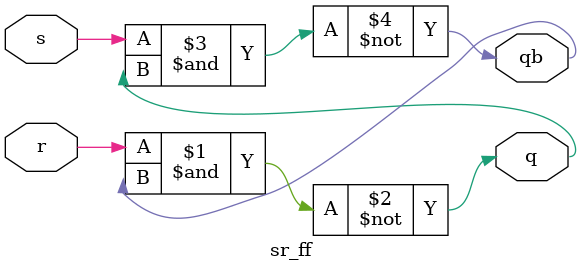
<source format=v>
module sr_ff(s,r,q,qb);
input s,r;
output q,qb;
assign q=~(r&qb);
assign qb=~(s&q);
endmodule
</source>
